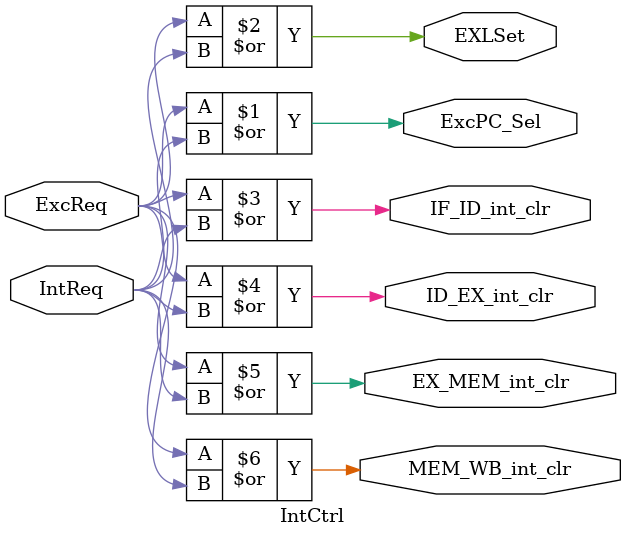
<source format=v>
`timescale 1ns / 1ps

module IntCtrl(
	ExcReq, IntReq,
	ExcPC_Sel, EXLSet, 
	IF_ID_int_clr, ID_EX_int_clr, EX_MEM_int_clr, MEM_WB_int_clr);
	
	input ExcReq, IntReq;
	
	output ExcPC_Sel;
	output EXLSet;
	output IF_ID_int_clr, ID_EX_int_clr, EX_MEM_int_clr, MEM_WB_int_clr;
	
	assign ExcPC_Sel = ExcReq | IntReq;
	assign EXLSet = ExcReq | IntReq;
	assign IF_ID_int_clr = ExcReq | IntReq;
	assign ID_EX_int_clr = ExcReq | IntReq;
	assign EX_MEM_int_clr = ExcReq | IntReq;
	assign MEM_WB_int_clr = ExcReq | IntReq;


endmodule

</source>
